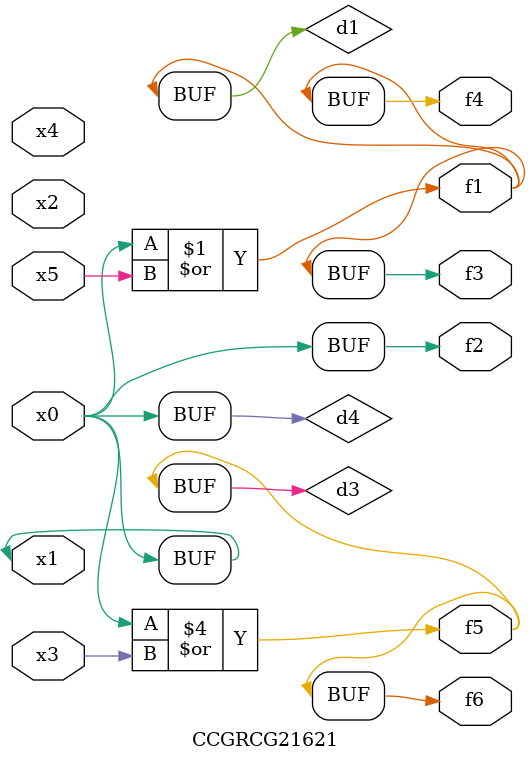
<source format=v>
module CCGRCG21621(
	input x0, x1, x2, x3, x4, x5,
	output f1, f2, f3, f4, f5, f6
);

	wire d1, d2, d3, d4;

	or (d1, x0, x5);
	xnor (d2, x1, x4);
	or (d3, x0, x3);
	buf (d4, x0, x1);
	assign f1 = d1;
	assign f2 = d4;
	assign f3 = d1;
	assign f4 = d1;
	assign f5 = d3;
	assign f6 = d3;
endmodule

</source>
